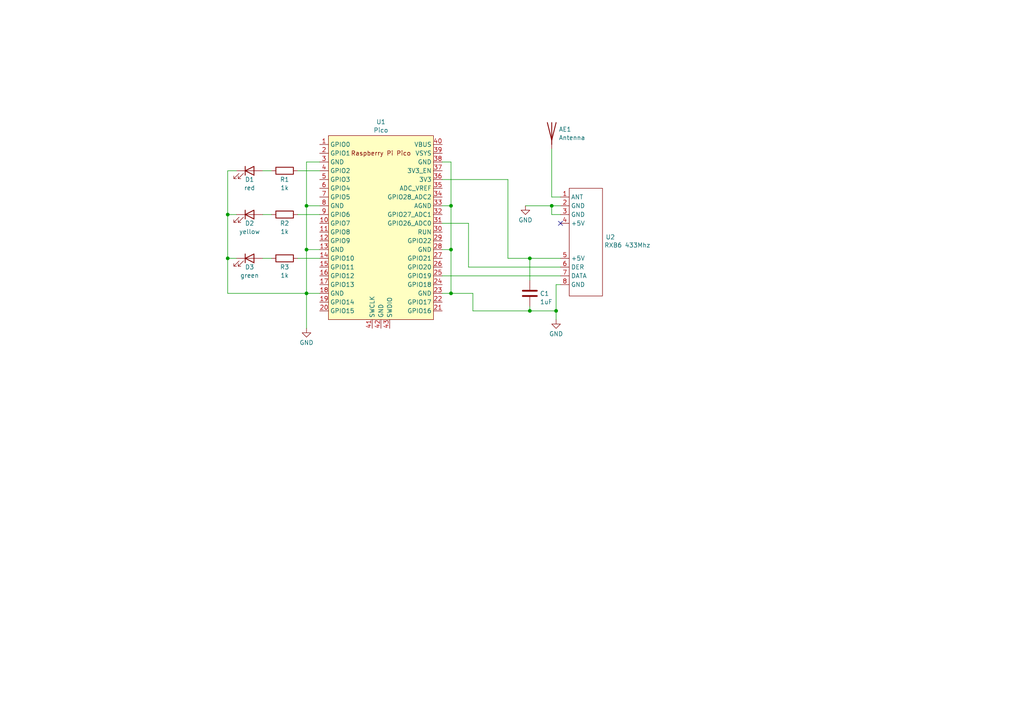
<source format=kicad_sch>
(kicad_sch (version 20230121) (generator eeschema)
  (paper "A4")
  (lib_symbols
    (symbol "0_Local:RXB6_433Mhz"
      (property "Reference" "U" (at 0 0 0))
      (property "Value" "RXB6 433Mhz" (at 8.89 -12.192 90))
      (symbol "RXB6_433Mhz_0_0"
        (pin output line (at 0 0 0) (length 2.54) (name "ANT") (number "1"))
        (pin passive line (at 0 -2.54 0) (length 2.54) (name "GND") (number "2"))
        (pin passive line (at 0 -5.08 0) (length 2.54) (name "GND") (number "3"))
        (pin passive line (at 0 -7.62 0) (length 2.54) (name "+5V") (number "4"))
        (pin power_in line (at 0 -17.78 0) (length 2.54) (name "+5V") (number "5"))
        (pin output line (at 0 -20.32 0) (length 2.54) (name "DER") (number "6"))
        (pin output line (at 0 -22.86 0) (length 2.54) (name "DATA") (number "7"))
        (pin output line (at 0 -25.4 0) (length 2.54) (name "GND") (number "8"))
      )
      (symbol "RXB6_433Mhz_1_1"
        (rectangle (start 2.54 2.54) (end 12.192 -28.702))
      )
    )
    (symbol "0_Local:Raspberry_Pi_Pico"
      (property "Reference" "U" (at -13.97 27.94 0))
      (property "Value" "Pico" (at 0 19.05 0))
      (symbol "Raspberry_Pi_Pico_0_0"
        (text "Raspberry Pi Pico" (at 0 21.59 0) (effects (font (size 1.27 1.27))))
      )
      (symbol "Raspberry_Pi_Pico_0_1"
        (rectangle (start -15.24 26.67) (end 15.24 -26.67) (fill (type background)))
      )
      (symbol "Raspberry_Pi_Pico_1_1"
        (pin bidirectional line (at -17.78 24.13 0) (length 2.54) (name "GPIO0") (number "1"))
        (pin bidirectional line (at -17.78 1.27 0) (length 2.54) (name "GPIO7") (number "10"))
        (pin bidirectional line (at -17.78 -1.27 0) (length 2.54) (name "GPIO8") (number "11"))
        (pin bidirectional line (at -17.78 -3.81 0) (length 2.54) (name "GPIO9") (number "12"))
        (pin power_in line (at -17.78 -6.35 0) (length 2.54) (name "GND") (number "13"))
        (pin bidirectional line (at -17.78 -8.89 0) (length 2.54) (name "GPIO10") (number "14"))
        (pin bidirectional line (at -17.78 -11.43 0) (length 2.54) (name "GPIO11") (number "15"))
        (pin bidirectional line (at -17.78 -13.97 0) (length 2.54) (name "GPIO12") (number "16"))
        (pin bidirectional line (at -17.78 -16.51 0) (length 2.54) (name "GPIO13") (number "17"))
        (pin power_in line (at -17.78 -19.05 0) (length 2.54) (name "GND") (number "18"))
        (pin bidirectional line (at -17.78 -21.59 0) (length 2.54) (name "GPIO14") (number "19"))
        (pin bidirectional line (at -17.78 21.59 0) (length 2.54) (name "GPIO1") (number "2"))
        (pin bidirectional line (at -17.78 -24.13 0) (length 2.54) (name "GPIO15") (number "20"))
        (pin bidirectional line (at 17.78 -24.13 180) (length 2.54) (name "GPIO16") (number "21"))
        (pin bidirectional line (at 17.78 -21.59 180) (length 2.54) (name "GPIO17") (number "22"))
        (pin power_in line (at 17.78 -19.05 180) (length 2.54) (name "GND") (number "23"))
        (pin bidirectional line (at 17.78 -16.51 180) (length 2.54) (name "GPIO18") (number "24"))
        (pin bidirectional line (at 17.78 -13.97 180) (length 2.54) (name "GPIO19") (number "25"))
        (pin bidirectional line (at 17.78 -11.43 180) (length 2.54) (name "GPIO20") (number "26"))
        (pin bidirectional line (at 17.78 -8.89 180) (length 2.54) (name "GPIO21") (number "27"))
        (pin power_in line (at 17.78 -6.35 180) (length 2.54) (name "GND") (number "28"))
        (pin bidirectional line (at 17.78 -3.81 180) (length 2.54) (name "GPIO22") (number "29"))
        (pin power_in line (at -17.78 19.05 0) (length 2.54) (name "GND") (number "3"))
        (pin input line (at 17.78 -1.27 180) (length 2.54) (name "RUN") (number "30"))
        (pin bidirectional line (at 17.78 1.27 180) (length 2.54) (name "GPIO26_ADC0") (number "31"))
        (pin bidirectional line (at 17.78 3.81 180) (length 2.54) (name "GPIO27_ADC1") (number "32"))
        (pin power_in line (at 17.78 6.35 180) (length 2.54) (name "AGND") (number "33"))
        (pin bidirectional line (at 17.78 8.89 180) (length 2.54) (name "GPIO28_ADC2") (number "34"))
        (pin power_in line (at 17.78 11.43 180) (length 2.54) (name "ADC_VREF") (number "35"))
        (pin power_in line (at 17.78 13.97 180) (length 2.54) (name "3V3") (number "36"))
        (pin input line (at 17.78 16.51 180) (length 2.54) (name "3V3_EN") (number "37"))
        (pin bidirectional line (at 17.78 19.05 180) (length 2.54) (name "GND") (number "38"))
        (pin power_in line (at 17.78 21.59 180) (length 2.54) (name "VSYS") (number "39"))
        (pin bidirectional line (at -17.78 16.51 0) (length 2.54) (name "GPIO2") (number "4"))
        (pin power_in line (at 17.78 24.13 180) (length 2.54) (name "VBUS") (number "40"))
        (pin input line (at -2.54 -29.21 90) (length 2.54) (name "SWCLK") (number "41"))
        (pin power_in line (at 0 -29.21 90) (length 2.54) (name "GND") (number "42"))
        (pin bidirectional line (at 2.54 -29.21 90) (length 2.54) (name "SWDIO") (number "43"))
        (pin bidirectional line (at -17.78 13.97 0) (length 2.54) (name "GPIO3") (number "5"))
        (pin bidirectional line (at -17.78 11.43 0) (length 2.54) (name "GPIO4") (number "6"))
        (pin bidirectional line (at -17.78 8.89 0) (length 2.54) (name "GPIO5") (number "7"))
        (pin power_in line (at -17.78 6.35 0) (length 2.54) (name "GND") (number "8"))
        (pin bidirectional line (at -17.78 3.81 0) (length 2.54) (name "GPIO6") (number "9"))
      )
    )
    (symbol "Device:Antenna" (pin_numbers hide) (pin_names (offset 1.016) hide)
      (property "Reference" "AE" (at -1.905 1.905 0))
      (property "Value" "Antenna" (at -1.905 0 0))
      (symbol "Antenna_0_1"
        (polyline (pts (xy 0 2.54) (xy 0 -3.81)) (stroke (width 0.254)))
        (polyline (pts (xy 1.27 2.54) (xy 0 -2.54) (xy -1.27 2.54)) (stroke (width 0.254)))
      )
      (symbol "Antenna_1_1"
        (pin input line (at 0 -5.08 90) (length 2.54) (name "A") (number "1"))
      )
    )
    (symbol "Device:C" (pin_numbers hide) (pin_names (offset 0.254))
      (property "Reference" "C" (at 0.635 2.54 0))
      (property "Value" "C" (at 0.635 -2.54 0))
      (symbol "C_0_1"
        (polyline (pts (xy -2.032 -0.762) (xy 2.032 -0.762)) (stroke (width 0.508)))
        (polyline (pts (xy -2.032 0.762) (xy 2.032 0.762)) (stroke (width 0.508)))
      )
      (symbol "C_1_1"
        (pin passive line (at 0 3.81 270) (length 2.794) (name "~") (number "1"))
        (pin passive line (at 0 -3.81 90) (length 2.794) (name "~") (number "2"))
      )
    )
    (symbol "Device:LED" (pin_numbers hide) (pin_names (offset 1.016) hide)
      (property "Reference" "D" (at 0 2.54 0))
      (property "Value" "LED" (at 0 -2.54 0))
      (symbol "LED_0_1"
        (polyline (pts (xy -1.27 -1.27) (xy -1.27 1.27)) (stroke (width 0.254)))
        (polyline (pts (xy -1.27 0) (xy 1.27 0)))
        (polyline (pts (xy 1.27 -1.27) (xy 1.27 1.27) (xy -1.27 0) (xy 1.27 -1.27)) (stroke (width 0.254)))
        (polyline (pts (xy -3.048 -0.762) (xy -4.572 -2.286) (xy -3.81 -2.286) (xy -4.572 -2.286) (xy -4.572 -1.524)))
        (polyline (pts (xy -1.778 -0.762) (xy -3.302 -2.286) (xy -2.54 -2.286) (xy -3.302 -2.286) (xy -3.302 -1.524)))
      )
      (symbol "LED_1_1"
        (pin passive line (at -3.81 0 0) (length 2.54) (name "K") (number "1"))
        (pin passive line (at 3.81 0 180) (length 2.54) (name "A") (number "2"))
      )
    )
    (symbol "Device:R" (pin_numbers hide) (pin_names (offset 0))
      (property "Reference" "R" (at 2.032 0 90))
      (property "Value" "R" (at 0 0 90))
      (symbol "R_0_1"
        (rectangle (start -1.016 -2.54) (end 1.016 2.54) (stroke (width 0.254)))
      )
      (symbol "R_1_1"
        (pin passive line (at 0 3.81 270) (length 1.27) (name "~") (number "1"))
        (pin passive line (at 0 -3.81 90) (length 1.27) (name "~") (number "2"))
      )
    )
    (symbol "power:GND" (power) (pin_names (offset 0))
      (property "Value" "GND" (at 0 -3.81 0))
      (symbol "GND_0_1"
        (polyline (pts (xy 0 0) (xy 0 -1.27) (xy 1.27 -1.27) (xy 0 -2.54) (xy -1.27 -1.27) (xy 0 -1.27)))
      )
      (symbol "GND_1_1"
        (pin power_in line (at 0 0 270) (length 0) hide (name "GND") (number "1"))
      )
    )
  )
  (junction (at 130.81 85.09))
  (junction (at 161.29 90.17))
  (junction (at 130.81 72.39))
  (junction (at 88.9 72.39))
  (junction (at 88.9 85.09))
  (junction (at 130.81 59.69))
  (junction (at 153.67 74.93))
  (junction (at 88.9 59.69))
  (junction (at 66.04 62.23))
  (junction (at 160.02 59.69))
  (junction (at 153.67 90.17))
  (junction (at 66.04 74.93))
  (no_connect (at 162.56 64.77))
  (wire (pts (xy 128.27 85.09) (xy 130.81 85.09)))
  (wire (pts (xy 86.36 49.53) (xy 92.71 49.53)))
  (wire (pts (xy 147.32 52.07) (xy 128.27 52.07)))
  (wire (pts (xy 152.4 59.69) (xy 160.02 59.69)))
  (wire (pts (xy 88.9 85.09) (xy 92.71 85.09)))
  (wire (pts (xy 88.9 72.39) (xy 88.9 85.09)))
  (wire (pts (xy 135.89 64.77) (xy 128.27 64.77)))
  (wire (pts (xy 162.56 57.15) (xy 160.02 57.15)))
  (wire (pts (xy 92.71 46.99) (xy 88.9 46.99)))
  (wire (pts (xy 160.02 43.18) (xy 160.02 57.15)))
  (wire (pts (xy 161.29 82.55) (xy 161.29 90.17)))
  (wire (pts (xy 135.89 77.47) (xy 135.89 64.77)))
  (wire (pts (xy 153.67 90.17) (xy 153.67 88.9)))
  (wire (pts (xy 161.29 90.17) (xy 161.29 92.71)))
  (wire (pts (xy 153.67 81.28) (xy 153.67 74.93)))
  (wire (pts (xy 160.02 59.69) (xy 162.56 59.69)))
  (wire (pts (xy 162.56 77.47) (xy 135.89 77.47)))
  (wire (pts (xy 153.67 74.93) (xy 162.56 74.93)))
  (wire (pts (xy 88.9 59.69) (xy 88.9 72.39)))
  (wire (pts (xy 66.04 85.09) (xy 66.04 74.93)))
  (wire (pts (xy 162.56 62.23) (xy 160.02 62.23)))
  (wire (pts (xy 128.27 46.99) (xy 130.81 46.99)))
  (wire (pts (xy 88.9 46.99) (xy 88.9 59.69)))
  (wire (pts (xy 162.56 82.55) (xy 161.29 82.55)))
  (wire (pts (xy 137.16 90.17) (xy 153.67 90.17)))
  (wire (pts (xy 130.81 72.39) (xy 130.81 85.09)))
  (wire (pts (xy 76.2 49.53) (xy 78.74 49.53)))
  (wire (pts (xy 128.27 80.01) (xy 162.56 80.01)))
  (wire (pts (xy 153.67 74.93) (xy 147.32 74.93)))
  (wire (pts (xy 137.16 85.09) (xy 137.16 90.17)))
  (wire (pts (xy 130.81 59.69) (xy 130.81 72.39)))
  (wire (pts (xy 86.36 74.93) (xy 92.71 74.93)))
  (wire (pts (xy 130.81 46.99) (xy 130.81 59.69)))
  (wire (pts (xy 88.9 59.69) (xy 92.71 59.69)))
  (wire (pts (xy 68.58 49.53) (xy 66.04 49.53)))
  (wire (pts (xy 153.67 90.17) (xy 161.29 90.17)))
  (wire (pts (xy 130.81 85.09) (xy 137.16 85.09)))
  (wire (pts (xy 88.9 85.09) (xy 88.9 95.25)))
  (wire (pts (xy 76.2 74.93) (xy 78.74 74.93)))
  (wire (pts (xy 68.58 62.23) (xy 66.04 62.23)))
  (wire (pts (xy 160.02 62.23) (xy 160.02 59.69)))
  (wire (pts (xy 88.9 85.09) (xy 66.04 85.09)))
  (wire (pts (xy 128.27 72.39) (xy 130.81 72.39)))
  (wire (pts (xy 76.2 62.23) (xy 78.74 62.23)))
  (wire (pts (xy 86.36 62.23) (xy 92.71 62.23)))
  (wire (pts (xy 88.9 72.39) (xy 92.71 72.39)))
  (wire (pts (xy 66.04 62.23) (xy 66.04 74.93)))
  (wire (pts (xy 147.32 52.07) (xy 147.32 74.93)))
  (wire (pts (xy 68.58 74.93) (xy 66.04 74.93)))
  (wire (pts (xy 66.04 49.53) (xy 66.04 62.23)))
  (wire (pts (xy 130.81 59.69) (xy 128.27 59.69)))
  (symbol (lib_id "Device:Antenna") (at 160.02 38.1 0) (unit 1)
    (property "Reference" "AE1" (at 162.052 37.5229 0) (effects (justify left)))
    (property "Value" "Antenna" (at 162.052 39.9471 0) (effects (justify left)))
  )
  (symbol (lib_id "Device:R") (at 82.55 49.53 90) (unit 1)
    (property "Reference" "R1" (at 82.55 52.07 90))
    (property "Value" "1k" (at 82.55 54.4942 90))
  )
  (symbol (lib_id "Device:C") (at 153.67 85.09 0) (unit 1)
    (property "Reference" "C1" (at 156.591 85.1479 0) (effects (justify left)))
    (property "Value" "1uF" (at 156.591 87.5721 0) (effects (justify left)))
  )
  (symbol (lib_id "power:GND") (at 152.4 59.69 0) (unit 1)
    (property "Reference" "#PWR01" (effects hide))
    (property "Value" "GND" (at 152.4 63.8231 0))
  )
  (symbol (lib_id "0_Local:RXB6_433Mhz") (at 162.56 57.15 0) (unit 1)
    (property "Reference" "U2" (at 175.641 68.7649 0) (effects (justify left)))
    (property "Value" "RXB6 433Mhz" (at 175.26 71.12 0) (effects (justify left)))
  )
  (symbol (lib_id "power:GND") (at 88.9 95.25 0) (unit 1)
    (property "Reference" "#PWR02" (effects hide))
    (property "Value" "GND" (at 88.9 99.3831 0))
  )
  (symbol (lib_id "Device:R") (at 82.55 62.23 90) (unit 1)
    (property "Reference" "R2" (at 82.55 64.77 90))
    (property "Value" "1k" (at 82.55 67.1942 90))
  )
  (symbol (lib_id "Device:LED") (at 72.39 74.93 0) (unit 1)
    (property "Reference" "D3" (at 72.39 77.47 0))
    (property "Value" "green" (at 72.39 79.8942 0))
  )
  (symbol (lib_id "Device:LED") (at 72.39 49.53 0) (unit 1)
    (property "Reference" "D1" (at 72.39 52.07 0))
    (property "Value" "red" (at 72.39 54.4942 0))
  )
  (symbol (lib_id "power:GND") (at 161.29 92.71 0) (unit 1)
    (property "Reference" "#PWR03" (effects hide))
    (property "Value" "GND" (at 161.29 96.8431 0))
  )
  (symbol (lib_id "0_Local:Raspberry_Pi_Pico") (at 110.49 66.04 0) (unit 1)
    (property "Reference" "U1" (at 110.49 35.3527 0))
    (property "Value" "Pico" (at 110.49 37.7769 0))
    (property "Footprint" "0_Local:RPi_Pico_SMD_TH" (effects hide))
  )
  (symbol (lib_id "Device:LED") (at 72.39 62.23 0) (unit 1)
    (property "Reference" "D2" (at 72.39 64.77 0))
    (property "Value" "yellow" (at 72.39 67.1942 0))
  )
  (symbol (lib_id "Device:R") (at 82.55 74.93 90) (unit 1)
    (property "Reference" "R3" (at 82.55 77.47 90))
    (property "Value" "1k" (at 82.55 79.8942 90))
  )
)
</source>
